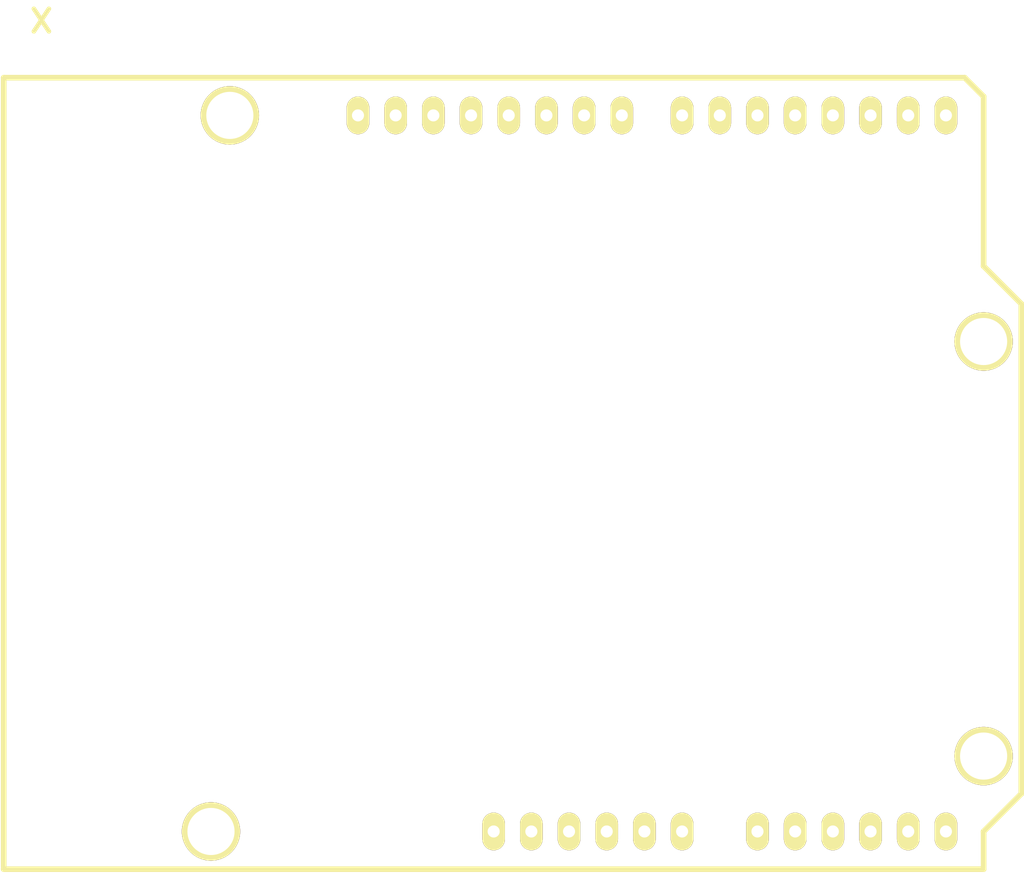
<source format=kicad_pcb>
(kicad_pcb (version 3) (host pcbnew "(2013-june-11)-stable")

  (general
    (links 0)
    (no_connects 0)
    (area 158.246 86.4616 227.774501 145.284)
    (thickness 1.6)
    (drawings 0)
    (tracks 0)
    (zones 0)
    (modules 1)
    (nets 1)
  )

  (page A3)
  (layers
    (15 F.Cu signal)
    (0 B.Cu signal)
    (16 B.Adhes user)
    (17 F.Adhes user)
    (18 B.Paste user)
    (19 F.Paste user)
    (20 B.SilkS user)
    (21 F.SilkS user)
    (22 B.Mask user)
    (23 F.Mask user)
    (24 Dwgs.User user)
    (25 Cmts.User user)
    (26 Eco1.User user)
    (27 Eco2.User user)
    (28 Edge.Cuts user)
  )

  (setup
    (last_trace_width 0.254)
    (trace_clearance 0.254)
    (zone_clearance 0.508)
    (zone_45_only no)
    (trace_min 0.254)
    (segment_width 0.2)
    (edge_width 0.1)
    (via_size 0.889)
    (via_drill 0.635)
    (via_min_size 0.889)
    (via_min_drill 0.508)
    (uvia_size 0.508)
    (uvia_drill 0.127)
    (uvias_allowed no)
    (uvia_min_size 0.508)
    (uvia_min_drill 0.127)
    (pcb_text_width 0.3)
    (pcb_text_size 1.5 1.5)
    (mod_edge_width 0.15)
    (mod_text_size 1 1)
    (mod_text_width 0.15)
    (pad_size 1.5 1.5)
    (pad_drill 0.6)
    (pad_to_mask_clearance 0)
    (aux_axis_origin 0 0)
    (visible_elements FFFFFFBF)
    (pcbplotparams
      (layerselection 3178497)
      (usegerberextensions true)
      (excludeedgelayer true)
      (linewidth 0.150000)
      (plotframeref false)
      (viasonmask false)
      (mode 1)
      (useauxorigin false)
      (hpglpennumber 1)
      (hpglpenspeed 20)
      (hpglpendiameter 15)
      (hpglpenoverlay 2)
      (psnegative false)
      (psa4output false)
      (plotreference true)
      (plotvalue true)
      (plotothertext true)
      (plotinvisibletext false)
      (padsonsilk false)
      (subtractmaskfromsilk false)
      (outputformat 1)
      (mirror false)
      (drillshape 0)
      (scaleselection 1)
      (outputdirectory test))
  )

  (net 0 "")

  (net_class Default "This is the default net class."
    (clearance 0.254)
    (trace_width 0.254)
    (via_dia 0.889)
    (via_drill 0.635)
    (uvia_dia 0.508)
    (uvia_drill 0.127)
    (add_net "")
  )

  (module "ARDUINO SHIELD" (layer F.Cu) (tedit 4CD6A37D) (tstamp 55580AD9)
    (at 158.75 144.78)
    (fp_text reference X (at 2.54 -57.15) (layer F.SilkS)
      (effects (font (size 1.524 1.524) (thickness 0.3048)))
    )
    (fp_text value VAL** (at 5.08 -54.61) (layer F.SilkS) hide
      (effects (font (size 1.524 1.524) (thickness 0.3048)))
    )
    (fp_line (start 66.04 -40.64) (end 66.04 -52.07) (layer F.SilkS) (width 0.381))
    (fp_line (start 66.04 -52.07) (end 64.77 -53.34) (layer F.SilkS) (width 0.381))
    (fp_line (start 64.77 -53.34) (end 0 -53.34) (layer F.SilkS) (width 0.381))
    (fp_line (start 66.04 0) (end 0 0) (layer F.SilkS) (width 0.381))
    (fp_line (start 0 0) (end 0 -53.34) (layer F.SilkS) (width 0.381))
    (fp_line (start 66.04 -40.64) (end 68.58 -38.1) (layer F.SilkS) (width 0.381))
    (fp_line (start 68.58 -38.1) (end 68.58 -5.08) (layer F.SilkS) (width 0.381))
    (fp_line (start 68.58 -5.08) (end 66.04 -2.54) (layer F.SilkS) (width 0.381))
    (fp_line (start 66.04 -2.54) (end 66.04 0) (layer F.SilkS) (width 0.381))
    (pad AD5 thru_hole oval (at 63.5 -2.54 90) (size 2.54 1.524) (drill 0.8128)
      (layers *.Cu *.Mask F.SilkS)
    )
    (pad AD4 thru_hole oval (at 60.96 -2.54 90) (size 2.54 1.524) (drill 0.8128)
      (layers *.Cu *.Mask F.SilkS)
    )
    (pad AD3 thru_hole oval (at 58.42 -2.54 90) (size 2.54 1.524) (drill 0.8128)
      (layers *.Cu *.Mask F.SilkS)
    )
    (pad AD0 thru_hole oval (at 50.8 -2.54 90) (size 2.54 1.524) (drill 0.8128)
      (layers *.Cu *.Mask F.SilkS)
    )
    (pad AD1 thru_hole oval (at 53.34 -2.54 90) (size 2.54 1.524) (drill 0.8128)
      (layers *.Cu *.Mask F.SilkS)
    )
    (pad AD2 thru_hole oval (at 55.88 -2.54 90) (size 2.54 1.524) (drill 0.8128)
      (layers *.Cu *.Mask F.SilkS)
    )
    (pad V_IN thru_hole oval (at 45.72 -2.54 90) (size 2.54 1.524) (drill 0.8128)
      (layers *.Cu *.Mask F.SilkS)
    )
    (pad GND2 thru_hole oval (at 43.18 -2.54 90) (size 2.54 1.524) (drill 0.8128)
      (layers *.Cu *.Mask F.SilkS)
    )
    (pad GND1 thru_hole oval (at 40.64 -2.54 90) (size 2.54 1.524) (drill 0.8128)
      (layers *.Cu *.Mask F.SilkS)
    )
    (pad 3V3 thru_hole oval (at 35.56 -2.54 90) (size 2.54 1.524) (drill 0.8128)
      (layers *.Cu *.Mask F.SilkS)
    )
    (pad RST thru_hole oval (at 33.02 -2.54 90) (size 2.54 1.524) (drill 0.8128)
      (layers *.Cu *.Mask F.SilkS)
    )
    (pad 0 thru_hole oval (at 63.5 -50.8 90) (size 2.54 1.524) (drill 0.8128)
      (layers *.Cu *.Mask F.SilkS)
    )
    (pad 1 thru_hole oval (at 60.96 -50.8 90) (size 2.54 1.524) (drill 0.8128)
      (layers *.Cu *.Mask F.SilkS)
    )
    (pad 2 thru_hole oval (at 58.42 -50.8 90) (size 2.54 1.524) (drill 0.8128)
      (layers *.Cu *.Mask F.SilkS)
    )
    (pad 3 thru_hole oval (at 55.88 -50.8 90) (size 2.54 1.524) (drill 0.8128)
      (layers *.Cu *.Mask F.SilkS)
    )
    (pad 4 thru_hole oval (at 53.34 -50.8 90) (size 2.54 1.524) (drill 0.8128)
      (layers *.Cu *.Mask F.SilkS)
    )
    (pad 5 thru_hole oval (at 50.8 -50.8 90) (size 2.54 1.524) (drill 0.8128)
      (layers *.Cu *.Mask F.SilkS)
    )
    (pad 6 thru_hole oval (at 48.26 -50.8 90) (size 2.54 1.524) (drill 0.8128)
      (layers *.Cu *.Mask F.SilkS)
    )
    (pad 7 thru_hole oval (at 45.72 -50.8 90) (size 2.54 1.524) (drill 0.8128)
      (layers *.Cu *.Mask F.SilkS)
    )
    (pad 8 thru_hole oval (at 41.656 -50.8 90) (size 2.54 1.524) (drill 0.8128)
      (layers *.Cu *.Mask F.SilkS)
    )
    (pad 9 thru_hole oval (at 39.116 -50.8 90) (size 2.54 1.524) (drill 0.8128)
      (layers *.Cu *.Mask F.SilkS)
    )
    (pad 10 thru_hole oval (at 36.576 -50.8 90) (size 2.54 1.524) (drill 0.8128)
      (layers *.Cu *.Mask F.SilkS)
    )
    (pad 11 thru_hole oval (at 34.036 -50.8 90) (size 2.54 1.524) (drill 0.8128)
      (layers *.Cu *.Mask F.SilkS)
    )
    (pad 12 thru_hole oval (at 31.496 -50.8 90) (size 2.54 1.524) (drill 0.8128)
      (layers *.Cu *.Mask F.SilkS)
    )
    (pad 13 thru_hole oval (at 28.956 -50.8 90) (size 2.54 1.524) (drill 0.8128)
      (layers *.Cu *.Mask F.SilkS)
    )
    (pad GND3 thru_hole oval (at 26.416 -50.8 90) (size 2.54 1.524) (drill 0.8128)
      (layers *.Cu *.Mask F.SilkS)
    )
    (pad AREF thru_hole oval (at 23.876 -50.8 90) (size 2.54 1.524) (drill 0.8128)
      (layers *.Cu *.Mask F.SilkS)
    )
    (pad 5V thru_hole oval (at 38.1 -2.54 90) (size 2.54 1.524) (drill 0.8128)
      (layers *.Cu *.Mask F.SilkS)
    )
    (pad "" thru_hole circle (at 66.04 -7.62 90) (size 3.937 3.937) (drill 3.175)
      (layers *.Cu *.Mask F.SilkS)
    )
    (pad "" thru_hole circle (at 66.04 -35.56 90) (size 3.937 3.937) (drill 3.175)
      (layers *.Cu *.Mask F.SilkS)
    )
    (pad "" thru_hole circle (at 15.24 -50.8 90) (size 3.937 3.937) (drill 3.175)
      (layers *.Cu *.Mask F.SilkS)
    )
    (pad "" thru_hole circle (at 13.97 -2.54 90) (size 3.937 3.937) (drill 3.175)
      (layers *.Cu *.Mask F.SilkS)
    )
  )

)

</source>
